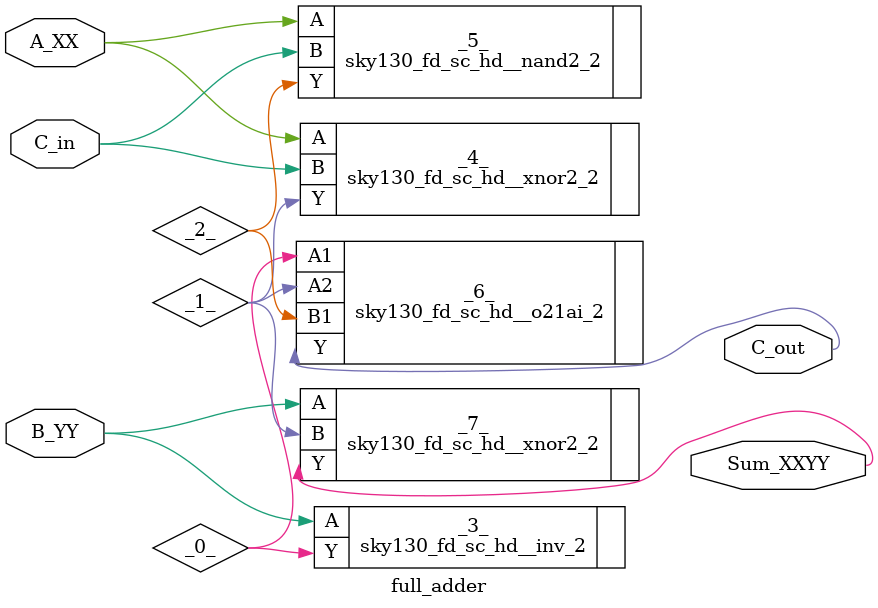
<source format=v>
/* Generated by Yosys 0.38 (git sha1 543faed9c8c, clang++ 17.0.6 -fPIC -Os) */

module full_adder(A_XX, B_YY, C_in, Sum_XXYY, C_out);
  wire _0_;
  wire _1_;
  wire _2_;
  input A_XX;
  wire A_XX;
  input B_YY;
  wire B_YY;
  input C_in;
  wire C_in;
  output C_out;
  wire C_out;
  output Sum_XXYY;
  wire Sum_XXYY;
  sky130_fd_sc_hd__inv_2 _3_ (
    .A(B_YY),
    .Y(_0_)
  );
  sky130_fd_sc_hd__xnor2_2 _4_ (
    .A(A_XX),
    .B(C_in),
    .Y(_1_)
  );
  sky130_fd_sc_hd__nand2_2 _5_ (
    .A(A_XX),
    .B(C_in),
    .Y(_2_)
  );
  sky130_fd_sc_hd__o21ai_2 _6_ (
    .A1(_0_),
    .A2(_1_),
    .B1(_2_),
    .Y(C_out)
  );
  sky130_fd_sc_hd__xnor2_2 _7_ (
    .A(B_YY),
    .B(_1_),
    .Y(Sum_XXYY)
  );
endmodule

</source>
